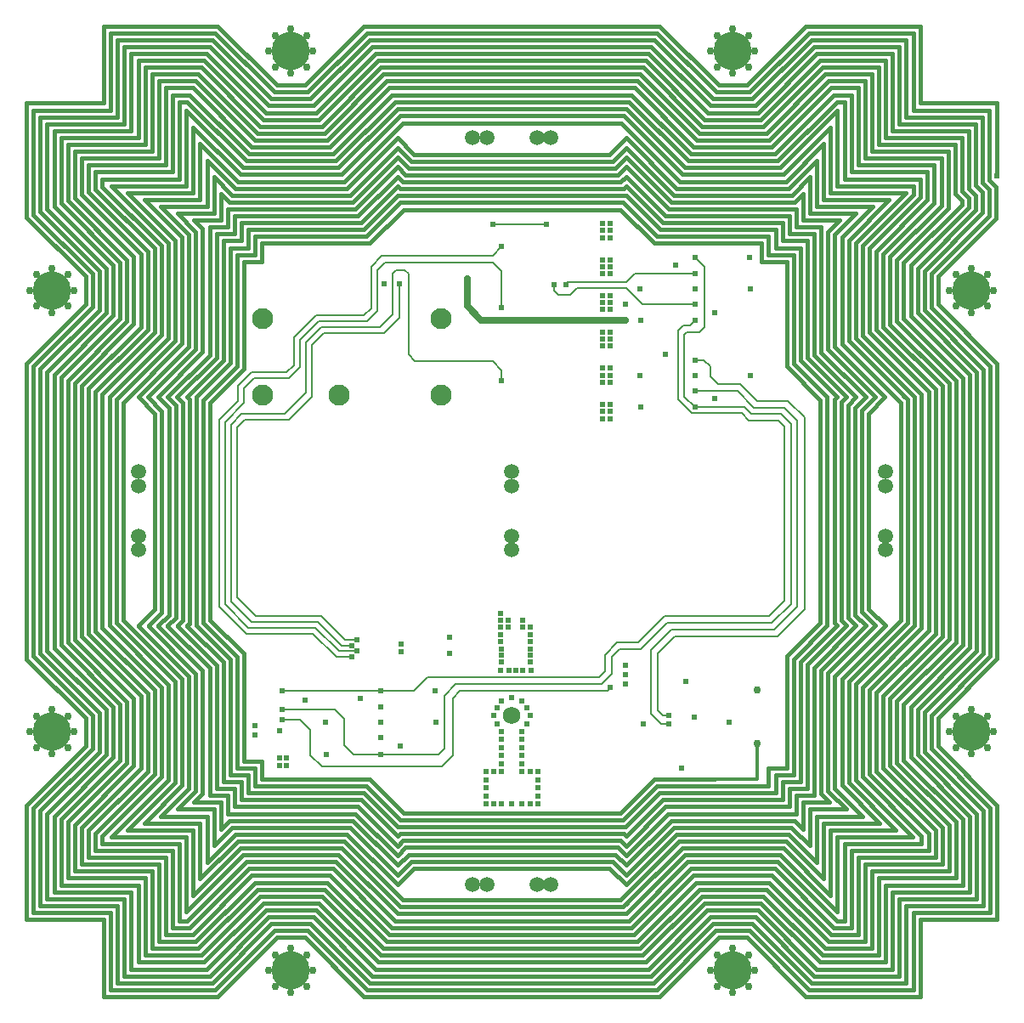
<source format=gbr>
%TF.GenerationSoftware,KiCad,Pcbnew,9.0.1*%
%TF.CreationDate,2025-06-24T16:02:31-04:00*%
%TF.ProjectId,-Z,2d5a2e6b-6963-4616-945f-706362585858,rev?*%
%TF.SameCoordinates,Original*%
%TF.FileFunction,Copper,L4,Inr*%
%TF.FilePolarity,Positive*%
%FSLAX46Y46*%
G04 Gerber Fmt 4.6, Leading zero omitted, Abs format (unit mm)*
G04 Created by KiCad (PCBNEW 9.0.1) date 2025-06-24 16:02:31*
%MOMM*%
%LPD*%
G01*
G04 APERTURE LIST*
%TA.AperFunction,ComponentPad*%
%ADD10C,0.762000*%
%TD*%
%TA.AperFunction,ComponentPad*%
%ADD11C,3.800000*%
%TD*%
%TA.AperFunction,ComponentPad*%
%ADD12C,1.500000*%
%TD*%
%TA.AperFunction,ComponentPad*%
%ADD13C,1.727200*%
%TD*%
%TA.AperFunction,ComponentPad*%
%ADD14C,2.100000*%
%TD*%
%TA.AperFunction,ViaPad*%
%ADD15C,0.609600*%
%TD*%
%TA.AperFunction,ViaPad*%
%ADD16C,0.762000*%
%TD*%
%TA.AperFunction,Conductor*%
%ADD17C,0.203200*%
%TD*%
%TA.AperFunction,Conductor*%
%ADD18C,0.635000*%
%TD*%
%TA.AperFunction,Conductor*%
%ADD19C,0.411480*%
%TD*%
%TA.AperFunction,Conductor*%
%ADD20C,0.368300*%
%TD*%
G04 APERTURE END LIST*
D10*
%TO.N,GND*%
%TO.C,H2*%
X144200001Y-145800000D03*
X143555751Y-147355750D03*
X143555751Y-144244250D03*
X142000001Y-148000000D03*
D11*
X142000001Y-145800000D03*
D10*
X142000001Y-143600000D03*
X140444251Y-147355750D03*
X140444251Y-144244250D03*
X139800001Y-145800000D03*
%TD*%
D12*
%TO.N,/Burn Wires/VBURN3*%
%TO.C,JP5*%
X164000001Y-96100000D03*
X164000001Y-97499999D03*
%TO.N,Net-(JP5-B)*%
X164000001Y-102499999D03*
X164000001Y-103899998D03*
%TD*%
D10*
%TO.N,GND*%
%TO.C,H8*%
X212000000Y-121999999D03*
X211355750Y-123555749D03*
X211355750Y-120444249D03*
X209800000Y-124199999D03*
D11*
X209800000Y-121999999D03*
D10*
X209800000Y-119799999D03*
X208244250Y-123555749D03*
X208244250Y-120444249D03*
X207600000Y-121999999D03*
%TD*%
%TO.N,GND*%
%TO.C,H5*%
X144200001Y-54200000D03*
X143555751Y-55755750D03*
X143555751Y-52644250D03*
X142000001Y-56400000D03*
D11*
X142000001Y-54200000D03*
D10*
X142000001Y-52000000D03*
X140444251Y-55755750D03*
X140444251Y-52644250D03*
X139800001Y-54200000D03*
%TD*%
%TO.N,GND*%
%TO.C,H7*%
X212000000Y-78000000D03*
X211355750Y-79555750D03*
X211355750Y-76444250D03*
X209800000Y-80200000D03*
D11*
X209800000Y-78000000D03*
D10*
X209800000Y-75800000D03*
X208244250Y-79555750D03*
X208244250Y-76444250D03*
X207600000Y-78000000D03*
%TD*%
D13*
%TO.N,/Interfaces/GPS*%
%TO.C,AE3*%
X164000000Y-120400000D03*
%TD*%
D12*
%TO.N,/Burn Wires/VBURN1*%
%TO.C,JP1*%
X167900000Y-62789000D03*
X166500001Y-62789000D03*
%TO.N,Net-(JP1-B)*%
X161500001Y-62789000D03*
X160100002Y-62789000D03*
%TD*%
D10*
%TO.N,GND*%
%TO.C,H4*%
X120400001Y-78000000D03*
X119755751Y-79555750D03*
X119755751Y-76444250D03*
X118200001Y-80200000D03*
D11*
X118200001Y-78000000D03*
D10*
X118200001Y-75800000D03*
X116644251Y-79555750D03*
X116644251Y-76444250D03*
X116000001Y-78000000D03*
%TD*%
%TO.N,GND*%
%TO.C,H3*%
X120400001Y-121999999D03*
X119755751Y-123555749D03*
X119755751Y-120444249D03*
X118200001Y-124199999D03*
D11*
X118200001Y-121999999D03*
D10*
X118200001Y-119799999D03*
X116644251Y-123555749D03*
X116644251Y-120444249D03*
X116000001Y-121999999D03*
%TD*%
D12*
%TO.N,Net-(JP3-B)*%
%TO.C,JP4*%
X126789000Y-103899999D03*
X126789000Y-102500000D03*
%TO.N,Net-(JP4-B)*%
X126789000Y-97500000D03*
X126789000Y-96100001D03*
%TD*%
D10*
%TO.N,GND*%
%TO.C,H1*%
X188200000Y-145800000D03*
X187555750Y-147355750D03*
X187555750Y-144244250D03*
X186000000Y-148000000D03*
D11*
X186000000Y-145800000D03*
D10*
X186000000Y-143600000D03*
X184444250Y-147355750D03*
X184444250Y-144244250D03*
X183800000Y-145800000D03*
%TD*%
%TO.N,GND*%
%TO.C,H6*%
X188200000Y-54200000D03*
X187555750Y-55755750D03*
X187555750Y-52644250D03*
X186000000Y-56400000D03*
D11*
X186000000Y-54200000D03*
D10*
X186000000Y-52000000D03*
X184444250Y-55755750D03*
X184444250Y-52644250D03*
X183800000Y-54200000D03*
%TD*%
D14*
%TO.N,/Burn Wires/VBURN_A_IN*%
%TO.C,U2*%
X146793600Y-88417600D03*
%TO.N,GND*%
X139173600Y-80797600D03*
%TO.N,VBATT*%
X139173600Y-88417600D03*
X156953600Y-88417600D03*
%TO.N,Net-(D1-A)*%
X156953600Y-80797600D03*
%TD*%
D12*
%TO.N,/Burn Wires/VBURN2*%
%TO.C,JP3*%
X201211001Y-97500000D03*
X201211001Y-96100001D03*
%TO.N,Net-(JP3-B)*%
X201211001Y-103899999D03*
X201211001Y-102500000D03*
%TD*%
%TO.N,Net-(JP1-B)*%
%TO.C,JP2*%
X161500001Y-137211000D03*
X160100002Y-137211000D03*
%TO.N,Net-(JP2-B)*%
X167900000Y-137211000D03*
X166500001Y-137211000D03*
%TD*%
D15*
%TO.N,GND*%
X161400000Y-128372600D03*
X165100000Y-110900000D03*
X162900000Y-113000000D03*
X163600000Y-111600000D03*
X162200000Y-125972600D03*
X162200000Y-129172600D03*
X165100000Y-115900000D03*
X165000001Y-125972600D03*
X185670201Y-121018798D03*
X165800000Y-125972600D03*
X165500000Y-121200000D03*
X162500000Y-119600000D03*
X163000001Y-121968599D03*
X166600000Y-126772600D03*
X166600000Y-128372600D03*
X164400000Y-115900000D03*
X163000001Y-125171799D03*
X152888399Y-123395400D03*
X163000001Y-125972600D03*
X165000001Y-122769399D03*
X162900000Y-110900000D03*
X164000000Y-118600000D03*
X162925001Y-113756200D03*
X184243801Y-80213400D03*
X165100000Y-111600000D03*
X163000000Y-118900000D03*
X165000001Y-124370999D03*
X165000000Y-118900000D03*
X162900000Y-111600000D03*
X164000000Y-129172600D03*
X161400000Y-125972600D03*
X163600000Y-110900000D03*
X165875001Y-114391200D03*
X165875001Y-115026200D03*
X163000001Y-122769399D03*
X148920200Y-118719600D03*
X165800000Y-112300000D03*
X165800000Y-111600000D03*
X162925001Y-114391200D03*
X165000001Y-121968599D03*
X162200000Y-120400000D03*
X163000001Y-123570199D03*
X166600000Y-127572600D03*
X162925001Y-115026200D03*
X165000001Y-125171799D03*
X161400000Y-127572600D03*
X162900000Y-115900000D03*
X163000000Y-129172600D03*
X162500000Y-121200000D03*
X162900000Y-110200000D03*
X166600000Y-125972600D03*
X165500000Y-119600000D03*
X165000000Y-129172600D03*
X179265400Y-84379000D03*
X165800000Y-120400000D03*
X165000001Y-123570199D03*
X182165000Y-120497799D03*
X163000001Y-124370999D03*
X161400000Y-129172600D03*
X161400000Y-126772600D03*
X165875001Y-113756200D03*
X165900000Y-115900000D03*
X162900000Y-112300000D03*
X163703000Y-115900000D03*
X165800000Y-113000000D03*
X184228800Y-88820999D03*
X165800000Y-129172600D03*
X180281401Y-75514399D03*
X166600000Y-129172600D03*
%TO.N,BURN_RELAY_A*%
X148556800Y-112852399D03*
X152798600Y-77380800D03*
%TO.N,SDA*%
X182237201Y-89661200D03*
X182252200Y-74699600D03*
X141114601Y-119796799D03*
X150917600Y-124230600D03*
%TO.N,SCL*%
X150917599Y-117907000D03*
X182252201Y-81023200D03*
X141114601Y-117896800D03*
%TO.N,/Burn Wires/VBURN1*%
X173042401Y-74955600D03*
X173779001Y-74955600D03*
X173779000Y-76378000D03*
X173779001Y-75666799D03*
X173042400Y-76378000D03*
X173042401Y-75666799D03*
%TO.N,/Burn Wires/VBURN2*%
X173042400Y-83566200D03*
X173779001Y-82143800D03*
X173779000Y-83566200D03*
X173042401Y-82143800D03*
X173779001Y-82854999D03*
X173042401Y-82854999D03*
%TO.N,/Burn Wires/VBURN3*%
X173042400Y-90805200D03*
X173042401Y-89382800D03*
X173779000Y-89382799D03*
X173779001Y-90093999D03*
X173779000Y-90805200D03*
X173042401Y-90093999D03*
%TO.N,SCL_M*%
X182237200Y-84987599D03*
X179625001Y-120370803D03*
%TO.N,SDA_M*%
X182237200Y-88011199D03*
X179625001Y-121209000D03*
%TO.N,SCL_IO*%
X150926600Y-119565999D03*
X152925600Y-113258796D03*
%TO.N,BURN_EN1*%
X162984001Y-73660200D03*
X148048800Y-114554200D03*
%TO.N,BURN_EN2*%
X162984001Y-79743000D03*
X148559567Y-113977544D03*
%TO.N,SDA_IO*%
X152925600Y-114020800D03*
X150917599Y-122580599D03*
%TO.N,BURN_EN3*%
X148044222Y-113416236D03*
X162984001Y-86982000D03*
%TO.N,/Light Sensor/LS_3V3*%
X182262601Y-77861400D03*
X187687802Y-74699600D03*
X187750800Y-77861400D03*
X176753600Y-77861399D03*
X159529601Y-76885999D03*
X176816600Y-81023200D03*
X175353801Y-80985701D03*
%TO.N,COIL_DRIVER_EN*%
X141114601Y-120751799D03*
X173812200Y-117589800D03*
%TO.N,/GPIO Expander/GE_3V3*%
X145418999Y-121068800D03*
X157802401Y-114173301D03*
X156416200Y-121068800D03*
X156353200Y-117907000D03*
X150907199Y-121068799D03*
X145482000Y-124230600D03*
%TO.N,/Burn Wires/VBURN_A_IN*%
X151300001Y-77355399D03*
X173779001Y-71348799D03*
X173779000Y-78511599D03*
X173779000Y-87173000D03*
X173779000Y-72771199D03*
X173779001Y-79222800D03*
X173779000Y-79934000D03*
X173042401Y-71348799D03*
X173779001Y-86461800D03*
X173042401Y-86461800D03*
X173042400Y-72060000D03*
X173042401Y-87172999D03*
X173042401Y-79933999D03*
X173779000Y-72060000D03*
X173042400Y-78511599D03*
X173042401Y-72771200D03*
X173779000Y-85750600D03*
X173042400Y-85750600D03*
X173042401Y-79222800D03*
%TO.N,3V3_P*%
X175353801Y-79410698D03*
X138398801Y-122359991D03*
X180945800Y-125590000D03*
X138398801Y-121359989D03*
X177085200Y-121234401D03*
X181340000Y-116992600D03*
X176738601Y-86499399D03*
X140873001Y-121869400D03*
X157802401Y-112598298D03*
X187735801Y-86499399D03*
X143389601Y-118846800D03*
X176801600Y-89661200D03*
X182247600Y-86499399D03*
%TO.N,VBATT_M*%
X175308401Y-116306800D03*
X175308400Y-115375902D03*
X140835201Y-124612600D03*
X175308401Y-117246600D03*
X141546400Y-125323799D03*
X141546400Y-124612600D03*
X140835201Y-125323799D03*
%TO.N,/Light Sensor/I2C Protection/DEVICE*%
X182252201Y-76349600D03*
X169384801Y-77419400D03*
%TO.N,/Light Sensor/I2C Protection1/DEVICE*%
X182252201Y-79373200D03*
X168191001Y-77419400D03*
%TO.N,/Light Sensor/ADDR*%
X162118879Y-71401124D03*
X167454400Y-71399599D03*
D16*
%TO.N,/Coil Driver/coil*%
X188438800Y-123164801D03*
X188438801Y-117830802D03*
D15*
X212285401Y-66599000D03*
%TD*%
D17*
%TO.N,BURN_RELAY_A*%
X145280201Y-82270799D02*
X144061000Y-83490000D01*
X144061000Y-83490000D02*
X144061000Y-88595400D01*
X136593401Y-108585199D02*
X138473001Y-110464800D01*
X137363872Y-90906800D02*
X136593401Y-91677271D01*
X144975401Y-110464800D02*
X147363001Y-112852399D01*
X147363001Y-112852399D02*
X148556800Y-112852399D01*
X144061000Y-88595400D02*
X141749600Y-90906800D01*
X136593401Y-91677271D02*
X136593401Y-108585199D01*
X141749600Y-90906800D02*
X137363872Y-90906800D01*
X152798600Y-80746799D02*
X151274600Y-82270800D01*
X151274600Y-82270800D02*
X145280201Y-82270799D01*
X138473001Y-110464800D02*
X144975401Y-110464800D01*
X152798600Y-77380800D02*
X152798600Y-80746799D01*
%TO.N,SDA*%
X150881200Y-124231600D02*
X150908600Y-124259000D01*
X176852401Y-113792199D02*
X179494001Y-111150600D01*
X189908001Y-111150600D02*
X191787601Y-109271000D01*
X158412200Y-117221000D02*
X172923200Y-117221000D01*
X187850601Y-90348000D02*
X187163800Y-89661200D01*
X150917600Y-124230600D02*
X156711200Y-124230600D01*
X147261401Y-123291800D02*
X148201200Y-124231599D01*
X190822401Y-90348000D02*
X187850601Y-90348000D01*
X147261401Y-120700999D02*
X147261401Y-123291800D01*
X146357200Y-119796798D02*
X147261401Y-120700999D01*
X181195801Y-88619800D02*
X182237201Y-89661200D01*
X172923200Y-117221000D02*
X173939200Y-116205000D01*
X183202400Y-75649800D02*
X183202401Y-81661199D01*
X191787601Y-109271000D02*
X191787601Y-91313200D01*
X181399001Y-82194599D02*
X181195800Y-82397800D01*
X179494001Y-111150600D02*
X189908001Y-111150600D01*
X141114601Y-119796799D02*
X146357200Y-119796798D01*
X181195800Y-82397800D02*
X181195801Y-88619800D01*
X148201200Y-124231599D02*
X150881200Y-124231600D01*
X191787601Y-91313200D02*
X190822401Y-90348000D01*
X187163800Y-89661200D02*
X182237201Y-89661200D01*
X182669001Y-82194600D02*
X181399001Y-82194599D01*
X183202401Y-81661199D02*
X182669001Y-82194600D01*
X182252200Y-74699600D02*
X183202400Y-75649800D01*
X156711200Y-124230600D02*
X157243600Y-123698200D01*
X157243600Y-123698200D02*
X157243600Y-118389600D01*
X157243600Y-118389600D02*
X158412200Y-117221000D01*
X173939200Y-114562899D02*
X174709900Y-113792199D01*
X173939200Y-116205000D02*
X173939200Y-114562899D01*
X174709900Y-113792199D02*
X176852401Y-113792199D01*
%TO.N,SCL*%
X173253400Y-114317800D02*
X174464800Y-113106400D01*
X150917599Y-117907000D02*
X154246401Y-117907000D01*
X181094201Y-81534200D02*
X181741201Y-81534200D01*
X191152600Y-108966200D02*
X191152600Y-91592599D01*
X182252201Y-81023200D02*
X182273000Y-81043999D01*
X181932400Y-90246399D02*
X180586201Y-88900199D01*
X154246401Y-117907000D02*
X155618201Y-116535200D01*
X179189201Y-110464800D02*
X189654001Y-110464800D01*
X187596601Y-90957599D02*
X186885400Y-90246399D01*
X181741201Y-81534200D02*
X182252201Y-81023200D01*
X180586201Y-88900199D02*
X180586201Y-82042200D01*
X172669200Y-116535200D02*
X173253400Y-115951000D01*
X173253400Y-115951000D02*
X173253400Y-114317800D01*
X174464800Y-113106400D02*
X176547600Y-113106400D01*
X155618201Y-116535200D02*
X172669200Y-116535200D01*
X176547600Y-113106400D02*
X179189201Y-110464800D01*
X191152600Y-91592599D02*
X190517601Y-90957599D01*
X180586201Y-82042200D02*
X181094201Y-81534200D01*
X190517601Y-90957599D02*
X187596601Y-90957599D01*
X189654001Y-110464800D02*
X191152600Y-108966200D01*
X141114601Y-117896800D02*
X150870001Y-117896800D01*
X186885400Y-90246399D02*
X181932400Y-90246399D01*
%TO.N,SCL_M*%
X193159200Y-90678199D02*
X193159200Y-109779000D01*
X178554201Y-119900899D02*
X179024103Y-120370802D01*
X183761201Y-86563400D02*
X184548601Y-87350800D01*
X190466801Y-112471400D02*
X180256001Y-112471400D01*
X193159200Y-109779000D02*
X190466801Y-112471400D01*
X179024103Y-120370802D02*
X179625001Y-120370803D01*
X184548601Y-87350800D02*
X186758401Y-87350799D01*
X182237200Y-84987599D02*
X183150601Y-84987599D01*
X180256001Y-112471400D02*
X178554201Y-114173200D01*
X183761201Y-85598199D02*
X183761201Y-86563400D01*
X186758401Y-87350799D02*
X188434801Y-89027199D01*
X178554201Y-114173200D02*
X178554201Y-119900899D01*
X191508201Y-89027199D02*
X193159200Y-90678199D01*
X188434801Y-89027199D02*
X191508201Y-89027199D01*
X183150601Y-84987599D02*
X183761201Y-85598199D01*
%TO.N,SDA_M*%
X192448000Y-109525000D02*
X190162000Y-111810999D01*
X190162000Y-111810999D02*
X179875001Y-111810999D01*
X188130000Y-89687600D02*
X191152600Y-89687600D01*
X186453600Y-88011199D02*
X188130000Y-89687600D01*
X177843001Y-113842999D02*
X177843001Y-120192999D01*
X179875001Y-111810999D02*
X177843001Y-113842999D01*
X182237200Y-88011199D02*
X186453600Y-88011199D01*
X192448000Y-90982999D02*
X192448000Y-109525000D01*
X177843001Y-120192999D02*
X178859002Y-121209000D01*
X191152600Y-89687600D02*
X192448000Y-90982999D01*
X178859002Y-121209000D02*
X179625001Y-121209000D01*
%TO.N,BURN_EN1*%
X149268000Y-80518200D02*
X144467401Y-80518200D01*
X144467401Y-80518200D02*
X142308400Y-82677200D01*
X141571800Y-86182399D02*
X138092001Y-86182399D01*
X136745801Y-89001799D02*
X134840801Y-90906800D01*
X162069600Y-74574600D02*
X151046000Y-74574599D01*
X151046000Y-74574599D02*
X149979200Y-75641399D01*
X134840801Y-90906800D02*
X134840800Y-109525000D01*
X134840800Y-109525000D02*
X137533200Y-112217400D01*
X144162601Y-112217400D02*
X146499400Y-114554200D01*
X146499400Y-114554200D02*
X148048800Y-114554200D01*
X149979200Y-75641399D02*
X149979200Y-79806999D01*
X136745800Y-87528600D02*
X136745801Y-89001799D01*
X142308400Y-82677200D02*
X142308400Y-85445799D01*
X142308400Y-85445799D02*
X141571800Y-86182399D01*
X149979200Y-79806999D02*
X149268000Y-80518200D01*
X137533200Y-112217400D02*
X144162601Y-112217400D01*
X138092001Y-86182399D02*
X136745800Y-87528600D01*
X162984001Y-73660200D02*
X162069600Y-74574600D01*
%TO.N,BURN_EN2*%
X142892601Y-82956599D02*
X144746800Y-81102400D01*
X151350801Y-75235000D02*
X162095001Y-75235000D01*
X141800401Y-86766600D02*
X142892601Y-85674400D01*
X138307900Y-86766600D02*
X141800401Y-86766600D01*
X144416600Y-111633200D02*
X137761801Y-111633200D01*
X149547400Y-81102400D02*
X150563401Y-80086400D01*
X150563401Y-76022400D02*
X151350801Y-75235000D01*
X135425001Y-109296400D02*
X135425000Y-91135399D01*
X137330000Y-87744499D02*
X138307900Y-86766600D01*
X142892601Y-85674400D02*
X142892601Y-82956599D01*
X148559567Y-113977544D02*
X146760946Y-113977545D01*
X162095001Y-75235000D02*
X162984001Y-76123999D01*
X144746800Y-81102400D02*
X149547400Y-81102400D01*
X135425000Y-91135399D02*
X137330000Y-89230399D01*
X162984001Y-76123999D02*
X162984001Y-79743000D01*
X137761801Y-111633200D02*
X135425001Y-109296400D01*
X146760946Y-113977545D02*
X144416600Y-111633200D01*
X150563401Y-80086400D02*
X150563401Y-76022400D01*
X137330000Y-89230399D02*
X137330000Y-87744499D01*
%TO.N,BURN_EN3*%
X136009201Y-108991599D02*
X136009201Y-91389399D01*
X144696000Y-111049000D02*
X138066601Y-111048999D01*
X138066601Y-111048999D02*
X136009201Y-108991599D01*
X153687600Y-84404400D02*
X154348001Y-85064800D01*
X152087400Y-76352600D02*
X152468401Y-75971599D01*
X143476800Y-88214400D02*
X143476800Y-83210600D01*
X152087400Y-80416600D02*
X152087400Y-76352600D01*
X143476800Y-83210600D02*
X145000801Y-81686599D01*
X150817400Y-81686599D02*
X152087400Y-80416600D01*
X148044222Y-113416236D02*
X147063236Y-113416236D01*
X162095000Y-85064800D02*
X162984001Y-85953800D01*
X153332001Y-75971600D02*
X153687600Y-76327200D01*
X152468401Y-75971599D02*
X153332001Y-75971600D01*
X162984001Y-85953800D02*
X162984001Y-86982000D01*
X145000801Y-81686599D02*
X150817400Y-81686599D01*
X154348001Y-85064800D02*
X162095000Y-85064800D01*
X141368600Y-90322600D02*
X143476800Y-88214400D01*
X147063236Y-113416236D02*
X144696000Y-111049000D01*
X136009201Y-91389399D02*
X137076001Y-90322599D01*
X153687600Y-76327200D02*
X153687600Y-84404400D01*
X137076001Y-90322599D02*
X141368600Y-90322600D01*
D18*
%TO.N,/Light Sensor/LS_3V3*%
X159529601Y-79552999D02*
X160962302Y-80985700D01*
X159529601Y-76885999D02*
X159529601Y-79552999D01*
X160962302Y-80985700D02*
X175353801Y-80985701D01*
D17*
%TO.N,COIL_DRIVER_EN*%
X173812200Y-117589800D02*
X173812200Y-117615200D01*
X145051601Y-125425399D02*
X143934001Y-124307799D01*
X173807998Y-117619402D02*
X173800000Y-117619402D01*
X158107201Y-118643600D02*
X158107201Y-124307799D01*
X142918001Y-120751800D02*
X141114601Y-120751799D01*
X158844001Y-117906800D02*
X158107201Y-118643600D01*
X173800000Y-117619402D02*
X173512602Y-117906800D01*
X143934001Y-121767800D02*
X142918001Y-120751800D01*
X143934001Y-124307799D02*
X143934001Y-121767800D01*
X156989600Y-125425400D02*
X145051601Y-125425399D01*
X173812200Y-117615200D02*
X173807998Y-117619402D01*
X173512602Y-117906800D02*
X158844001Y-117906800D01*
X158107201Y-124307799D02*
X156989600Y-125425400D01*
%TO.N,/Light Sensor/I2C Protection/DEVICE*%
X176271201Y-76349599D02*
X182252201Y-76349600D01*
X175404601Y-77216200D02*
X176271201Y-76349599D01*
X169588001Y-77216200D02*
X175404601Y-77216200D01*
X169384801Y-77419400D02*
X169588001Y-77216200D01*
%TO.N,/Light Sensor/I2C Protection1/DEVICE*%
X175404601Y-77800400D02*
X176977400Y-79373200D01*
X176977400Y-79373200D02*
X182252201Y-79373200D01*
X169805487Y-78460800D02*
X170465887Y-77800399D01*
X168191001Y-78029000D02*
X168622800Y-78460800D01*
X170465887Y-77800399D02*
X175404601Y-77800400D01*
X168191001Y-77419400D02*
X168191001Y-78029000D01*
X168622800Y-78460800D02*
X169805487Y-78460800D01*
%TO.N,/Light Sensor/ADDR*%
X162121684Y-71399599D02*
X167454400Y-71399599D01*
X162120159Y-71401124D02*
X162121684Y-71399599D01*
X162118879Y-71401124D02*
X162120159Y-71401124D01*
D19*
%TO.N,/Coil Driver/coil*%
X199944462Y-69646998D02*
X196871062Y-72720398D01*
X201925661Y-137947600D02*
X209621861Y-137947599D01*
X152878260Y-60604600D02*
X147010861Y-66472000D01*
X174290461Y-65836998D02*
X175382661Y-64744800D01*
X179014861Y-128778200D02*
X175382661Y-132410399D01*
X131643861Y-111455400D02*
X131643862Y-111430000D01*
X130196062Y-58521800D02*
X130196062Y-66218000D01*
X134564861Y-127660600D02*
X134564862Y-115341600D01*
X210307662Y-86156999D02*
X204414862Y-80264200D01*
X201595461Y-68961198D02*
X197556862Y-72999800D01*
X176195461Y-142214800D02*
X182088262Y-136322000D01*
X136139661Y-68529399D02*
X147849062Y-68529399D01*
X134564862Y-72390199D02*
X136368262Y-72390200D01*
X175408061Y-67640400D02*
X179040261Y-71272600D01*
X153970461Y-134899599D02*
X152598861Y-136271200D01*
X132329664Y-71018598D02*
X134996662Y-71018599D01*
X194813663Y-71704399D02*
X194813661Y-84175800D01*
X194381862Y-69646999D02*
X199944462Y-69646998D01*
X135682462Y-128346399D02*
X133879061Y-128346399D01*
X199868261Y-135890200D02*
X207564461Y-135890199D01*
X153157661Y-138760400D02*
X147290261Y-132893000D01*
X117013461Y-139319200D02*
X124709662Y-139319199D01*
X203729062Y-75514398D02*
X209520261Y-69723200D01*
X200985863Y-81661199D02*
X200985862Y-74396799D01*
X192324461Y-130149798D02*
X179573662Y-130149798D01*
X208250261Y-130988000D02*
X202357462Y-125095199D01*
X128722861Y-88646200D02*
X128722862Y-88620800D01*
X210993461Y-114173199D02*
X210993462Y-85877600D01*
X135682462Y-69901000D02*
X148407861Y-69901000D01*
X194813662Y-115874999D02*
X194813663Y-128168598D01*
X196185262Y-83616999D02*
X201163661Y-88595400D01*
X145893261Y-63728800D02*
X138095462Y-63728800D01*
X150668461Y-144957999D02*
X154195601Y-144957999D01*
X116327661Y-60045799D02*
X116327661Y-70459799D01*
X153411661Y-66522800D02*
X174569862Y-66522800D01*
X137054061Y-126974800D02*
X135250662Y-126974800D01*
X203932261Y-132461200D02*
X198242661Y-126771600D01*
X183764662Y-140436800D02*
X188235062Y-140436800D01*
X152624262Y-68580200D02*
X175382662Y-68580200D01*
X175941461Y-58521800D02*
X152065462Y-58521800D01*
X134996661Y-129032200D02*
X132329662Y-129032200D01*
X145055062Y-61671400D02*
X138933661Y-61671400D01*
X129764261Y-126771600D02*
X124074662Y-132461199D01*
X205786461Y-76352600D02*
X211577662Y-70561399D01*
X194127862Y-84455200D02*
X198293462Y-88620800D01*
X182393062Y-63042999D02*
X176500262Y-57150200D01*
X174823861Y-138760399D02*
X153157661Y-138760400D01*
X137739863Y-128092399D02*
X137739862Y-126288999D01*
X137536662Y-65100399D02*
X131643862Y-59207599D01*
X132482062Y-142900599D02*
X138374861Y-137007799D01*
X130678661Y-111430000D02*
X131186661Y-110921999D01*
X120442462Y-68783400D02*
X126335263Y-74676198D01*
X119756662Y-130987999D02*
X119756662Y-136575999D01*
X175382662Y-133375599D02*
X174849262Y-132842200D01*
X205100662Y-120065999D02*
X210993461Y-114173199D01*
X195753462Y-68275399D02*
X195753463Y-61747599D01*
X136622262Y-74447599D02*
X138425662Y-74447600D01*
X189581262Y-74447599D02*
X192070461Y-74447599D01*
X149804862Y-73330000D02*
X153183062Y-69951800D01*
X148128463Y-130835599D02*
X135860261Y-130835600D01*
X134996661Y-131699199D02*
X134996661Y-129032200D01*
X175382661Y-64744800D02*
X175408062Y-64744800D01*
X201239861Y-137261800D02*
X208936062Y-137261799D01*
X135936462Y-73761800D02*
X137739861Y-73761800D01*
X119070863Y-62788998D02*
X119070862Y-69342199D01*
X116327661Y-140004999D02*
X124023862Y-140004999D01*
X184602861Y-142494200D02*
X187396862Y-142494200D01*
X198242661Y-126771600D02*
X198242662Y-117272000D01*
X133879061Y-53721199D02*
X125395463Y-53721199D01*
X204821262Y-111430000D02*
X204821262Y-111429999D01*
X133879061Y-84429800D02*
X133879062Y-71704400D01*
X134718926Y-51665464D02*
X123340064Y-51665464D01*
X123185662Y-111683999D02*
X129078462Y-117576800D01*
X197556862Y-83058200D02*
X202901832Y-88403168D01*
X198928463Y-82499398D02*
X198928461Y-73558600D01*
X202357461Y-74955600D02*
X207462861Y-69850200D01*
X124709661Y-147015399D02*
X134158462Y-147015398D01*
X206472261Y-120624800D02*
X212359997Y-114737062D01*
X123592061Y-124256999D02*
X117699261Y-130149798D01*
X198928461Y-117551400D02*
X204821262Y-111658599D01*
X122220462Y-79679999D02*
X116327662Y-85572799D01*
X126792461Y-88646200D02*
X126792462Y-88620800D01*
X147290261Y-132893000D02*
X136698462Y-132892998D01*
X195067662Y-68961199D02*
X201595461Y-68961198D01*
X122906262Y-76073199D02*
X122906262Y-79959400D01*
X197556861Y-127050998D02*
X202281261Y-131775399D01*
X131872462Y-111201400D02*
X131872462Y-88874799D01*
X138425662Y-127406600D02*
X138425662Y-125603199D01*
X182672461Y-62357198D02*
X176779662Y-56464399D01*
X126767061Y-137261800D02*
X126767061Y-144957999D01*
X138425662Y-74447600D02*
X138425661Y-72644199D01*
X140610062Y-57556598D02*
X134718926Y-51665464D01*
X132507461Y-116179800D02*
X127783061Y-111455400D01*
X206091262Y-69291399D02*
X206091261Y-65532199D01*
X202709600Y-110874661D02*
X196871063Y-116713199D01*
X145334461Y-62357198D02*
X138654262Y-62357198D01*
X179294262Y-129463999D02*
X175382662Y-133375599D01*
X206777062Y-69570800D02*
X206777062Y-64846399D01*
X150109661Y-146329600D02*
X177871862Y-146329600D01*
X197810861Y-141529000D02*
X197810861Y-133832800D01*
X180157861Y-68529400D02*
X191892662Y-68529399D01*
X173731662Y-64465399D02*
X175382662Y-62814399D01*
X199258661Y-88620800D02*
X198166462Y-89712999D01*
X132761463Y-56464399D02*
X128138662Y-56464400D01*
X208250261Y-86995200D02*
X202357461Y-81102400D01*
X196871063Y-127330399D02*
X200630262Y-131089599D01*
X126792462Y-88620800D02*
X131821661Y-83591599D01*
X178481461Y-72644199D02*
X189581261Y-72644200D01*
X205100661Y-79984800D02*
X205100661Y-76073200D01*
X131135862Y-83312199D02*
X131135862Y-72720400D01*
X208936061Y-130708599D02*
X203043262Y-124815800D01*
X175128662Y-67894400D02*
X175382662Y-67640400D01*
X153281201Y-55778599D02*
X150947862Y-55778600D01*
X129713461Y-111455400D02*
X129713462Y-111430000D01*
X126081262Y-145643800D02*
X133599661Y-145643800D01*
X174798462Y-130099000D02*
X153183062Y-130099000D01*
X129078462Y-117576800D02*
X129078462Y-126492200D01*
X196363061Y-140843199D02*
X197125062Y-140843199D01*
X126767062Y-62763598D02*
X126741662Y-62788998D01*
X152598861Y-133375599D02*
X148687261Y-129463999D01*
X139771863Y-59613999D02*
X133879061Y-53721199D01*
X153103401Y-56464398D02*
X151227261Y-56464400D01*
X200985862Y-74396799D02*
X206091262Y-69291399D01*
X210307663Y-138633399D02*
X210307663Y-130149799D01*
X205507061Y-132105600D02*
X199614261Y-126212799D01*
X117699262Y-113919200D02*
X123592062Y-119811999D01*
X195499462Y-116154400D02*
X195499462Y-127889199D01*
X128722862Y-88620800D02*
X133193262Y-84150400D01*
X130196062Y-66218000D02*
X122499861Y-66217999D01*
X133244062Y-88925598D02*
X136622263Y-85547398D01*
X175382662Y-140132000D02*
X181250062Y-134264600D01*
X135860263Y-69215198D02*
X148128463Y-69215199D01*
X125649461Y-118973799D02*
X125649462Y-125095199D01*
X124277863Y-119532599D02*
X124277862Y-124536399D01*
X197328261Y-129717999D02*
X193696061Y-129718000D01*
X140610062Y-142494200D02*
X143378662Y-142494200D01*
X137739862Y-71958400D02*
X149246062Y-71958400D01*
X196871062Y-83337600D02*
X202709600Y-89176138D01*
X152874800Y-57150200D02*
X151506662Y-57150200D01*
X131923261Y-141529000D02*
X137816062Y-135636199D01*
X120442461Y-64160599D02*
X120442462Y-68783400D01*
X199614261Y-126212799D02*
X199614261Y-117830800D01*
X193442062Y-84734600D02*
X197328261Y-88620800D01*
X132202662Y-57835998D02*
X129510263Y-57835999D01*
X178735462Y-128092399D02*
X175357262Y-131470599D01*
X206878662Y-110871200D02*
X206878663Y-110871199D01*
X195499462Y-127889199D02*
X197328261Y-129717999D01*
X151506661Y-142900599D02*
X176474862Y-142900599D01*
X203395401Y-88896737D02*
X203395401Y-111154060D01*
X193696062Y-70332799D02*
X198293461Y-70332799D01*
X194737462Y-88925599D02*
X194737461Y-111125200D01*
X122220463Y-76352598D02*
X122220462Y-79679999D01*
X177338461Y-55092800D02*
X153611401Y-55092799D01*
X131186662Y-89179600D02*
X130653261Y-88646200D01*
X179319662Y-70586799D02*
X191638661Y-70586800D01*
X131872462Y-88874799D02*
X131618461Y-88620800D01*
X178456061Y-52349598D02*
X149550862Y-52349599D01*
X128138662Y-143586400D02*
X132761463Y-143586399D01*
X133929861Y-110845799D02*
X133929862Y-89205000D01*
X125254032Y-88228831D02*
X124862062Y-88620800D01*
X152878263Y-139446200D02*
X152343132Y-138911068D01*
X179040261Y-71272600D02*
X190952861Y-71272599D01*
X144216861Y-140436800D02*
X150109661Y-146329600D01*
X194813663Y-128168598D02*
X195677261Y-129032200D01*
X195804262Y-142214798D02*
X198496662Y-142214800D01*
X154249863Y-135585399D02*
X152598862Y-137236400D01*
X129078462Y-82473998D02*
X123185661Y-88366800D01*
X202901832Y-88403168D02*
X203119461Y-88620800D01*
X204659937Y-148385334D02*
X204659937Y-140685336D01*
X150109662Y-53721199D02*
X144216861Y-59613998D01*
X198242662Y-73279199D02*
X203246462Y-68275399D01*
X189632062Y-63042999D02*
X182393062Y-63042999D01*
X204414861Y-124256999D02*
X204414862Y-119786598D01*
X200985862Y-118389598D02*
X206878662Y-112496799D01*
X116327661Y-114478000D02*
X122220461Y-120370800D01*
X152598862Y-62814398D02*
X154249862Y-64465398D01*
X139492462Y-139750998D02*
X144496262Y-139750998D01*
X128392662Y-82194600D02*
X122499861Y-88087399D01*
X190190861Y-64414598D02*
X181834262Y-64414600D01*
X128748261Y-111430000D02*
X129815061Y-110363200D01*
X120442461Y-135890199D02*
X128138662Y-135890199D01*
X174849262Y-132842200D02*
X153132261Y-132842200D01*
X175382662Y-65710000D02*
X175408061Y-65710000D01*
X126767061Y-144957999D02*
X133320262Y-144958000D01*
X193696063Y-133350198D02*
X191867263Y-131521398D01*
X175609530Y-138939930D02*
X175382661Y-139166800D01*
X145613861Y-137007799D02*
X151506661Y-142900599D01*
X117013463Y-114198599D02*
X122906262Y-120091398D01*
X194127861Y-128346399D02*
X192324462Y-128346400D01*
X189352662Y-137693599D02*
X195245462Y-143586400D01*
X211577663Y-67970598D02*
X210891862Y-67284800D01*
X135250662Y-73076000D02*
X137054061Y-73076000D01*
X138933661Y-61671400D02*
X133040861Y-55778599D01*
X191638661Y-127660600D02*
X191638662Y-129463999D01*
X209520263Y-68808799D02*
X208834462Y-68122998D01*
X184348861Y-58242400D02*
X178456061Y-52349598D01*
X189581261Y-72644200D02*
X189581262Y-74447599D01*
X181250062Y-134264600D02*
X190749661Y-134264600D01*
X133879061Y-128346399D02*
X133879062Y-115620999D01*
X126081262Y-62103200D02*
X118385061Y-62103199D01*
X138654262Y-62357198D02*
X132761463Y-56464399D01*
X190267062Y-73761799D02*
X192756263Y-73761799D01*
X192756262Y-126974800D02*
X190952861Y-126974800D01*
X194127861Y-72390199D02*
X194127862Y-84455200D01*
X210993462Y-139319199D02*
X210993462Y-129870400D01*
X152065462Y-58521800D02*
X146172662Y-64414598D01*
X152598862Y-63779599D02*
X153970462Y-65151200D01*
X132253462Y-131775399D02*
X132253462Y-138303200D01*
X175571430Y-138012830D02*
X174823861Y-138760399D01*
X123340065Y-148385335D02*
X134718925Y-148385335D01*
X146172663Y-135636199D02*
X152065462Y-141529000D01*
X130196062Y-141529000D02*
X131923261Y-141529000D01*
X173731662Y-135585400D02*
X154249863Y-135585399D01*
X175379201Y-142214799D02*
X176195461Y-142214800D01*
X179878462Y-69215198D02*
X192172061Y-69215199D01*
X147010861Y-66472000D02*
X136977862Y-66472000D01*
X123340065Y-59365463D02*
X115640065Y-59365462D01*
X135682461Y-71704400D02*
X135682462Y-69901000D01*
X150389063Y-145643799D02*
X177592461Y-145643800D01*
X195753462Y-138303200D02*
X191029061Y-133578799D01*
X175382661Y-66675200D02*
X175408062Y-66675200D01*
X195524862Y-142900600D02*
X199182462Y-142900599D01*
X178456061Y-127406599D02*
X175077861Y-130784800D01*
X121814062Y-134518598D02*
X129510263Y-134518598D01*
X132253462Y-61747598D02*
X132253462Y-68275400D01*
X129688061Y-88620800D02*
X133879061Y-84429800D01*
X175103263Y-69265999D02*
X178481461Y-72644199D01*
X204821262Y-132384999D02*
X198928463Y-126492198D01*
X197125061Y-59207599D02*
X196363062Y-59207600D01*
X212359998Y-129319234D02*
X206472262Y-123431498D01*
X196109061Y-88874799D02*
X196109062Y-111176000D01*
X212359997Y-140685336D02*
X212359998Y-129319234D01*
X202611462Y-61417399D02*
X202611461Y-53721199D01*
X193442062Y-115316199D02*
X193442062Y-127660599D01*
X133320262Y-144958000D02*
X139213062Y-139065200D01*
X127376661Y-131089600D02*
X131135862Y-127330398D01*
X199538061Y-90271799D02*
X199538062Y-109779000D01*
X136622261Y-114503400D02*
X133244062Y-111125200D01*
X195423262Y-111404599D02*
X192070462Y-114757399D01*
X127757662Y-88646200D02*
X127757661Y-88620800D01*
X212285401Y-59365463D02*
X204699726Y-59365463D01*
X200300061Y-81940599D02*
X200300062Y-74117400D01*
X137739862Y-126288999D02*
X135936461Y-126288999D01*
X131643863Y-140843199D02*
X137536661Y-134950400D01*
X136698462Y-132892998D02*
X132939262Y-136652199D01*
X205100661Y-76073200D02*
X210891861Y-70281999D01*
X182926462Y-138379399D02*
X189073261Y-138379400D01*
X182088262Y-136322000D02*
X189911462Y-136322000D01*
X134996661Y-68351599D02*
X135860263Y-69215198D01*
X204659937Y-59325675D02*
X204659937Y-51665464D01*
X194381861Y-130403799D02*
X194381862Y-135001199D01*
X175382661Y-135306000D02*
X174290461Y-134213800D01*
X196083661Y-58521800D02*
X190190861Y-64414598D01*
X203043262Y-124815800D02*
X203043261Y-119227800D01*
X127706862Y-125933400D02*
X121814062Y-131826200D01*
X206472262Y-123431498D02*
X206472261Y-120624800D01*
X195245462Y-143586400D02*
X199868261Y-143586400D01*
X129510261Y-65532200D02*
X121814062Y-65532200D01*
X176754262Y-143586400D02*
X182647061Y-137693599D01*
X206192862Y-131826199D02*
X200300062Y-125933400D01*
X211577663Y-60045798D02*
X203983062Y-60045799D01*
X139111461Y-124917400D02*
X137308062Y-124917400D01*
X152624261Y-131470599D02*
X149246063Y-128092399D01*
X146731462Y-134264599D02*
X152598863Y-140132000D01*
X152598861Y-65710000D02*
X153411661Y-66522800D01*
X199868262Y-64160599D02*
X199868261Y-56464400D01*
X190190861Y-135636199D02*
X196083661Y-141529000D01*
X137257261Y-65786200D02*
X131567661Y-60096600D01*
X138425661Y-72644199D02*
X149525461Y-72644199D01*
X196794862Y-89154199D02*
X196794861Y-110896600D01*
X125395463Y-138633398D02*
X125395462Y-146329599D01*
X206192862Y-87833399D02*
X200300061Y-81940599D01*
X153183062Y-69951800D02*
X174823862Y-69951800D01*
X136368262Y-129464000D02*
X136368262Y-127660599D01*
X189073261Y-138379400D02*
X194966061Y-144272200D01*
X193442062Y-73076000D02*
X193442062Y-84734600D01*
X150947862Y-144272199D02*
X153941600Y-144272199D01*
X187955661Y-58928199D02*
X184069462Y-58928198D01*
X210891862Y-60731599D02*
X203297263Y-60731598D01*
X140051262Y-58928199D02*
X134158462Y-53035400D01*
X121814062Y-65532200D02*
X121814062Y-68224598D01*
X129027661Y-130403799D02*
X131821661Y-127609799D01*
X203246462Y-68275399D02*
X195753462Y-68275399D01*
X126054131Y-111656869D02*
X125265001Y-110867739D01*
X193010261Y-129032200D02*
X193010262Y-131699198D01*
X189606662Y-125603199D02*
X189581262Y-125628598D01*
X205405462Y-66217999D02*
X197810862Y-66217999D01*
X130196062Y-133832799D02*
X130196062Y-141529000D01*
X127376663Y-68961198D02*
X132939262Y-68961199D01*
X195499462Y-83896398D02*
X200223862Y-88620800D01*
X128392661Y-73838000D02*
X128392662Y-82194600D01*
X152903662Y-130784800D02*
X149525461Y-127406599D01*
X132253462Y-68275400D02*
X125725661Y-68275399D01*
X128748262Y-111455400D02*
X128748261Y-111430000D01*
X189911462Y-136322000D02*
X195804262Y-142214798D01*
X125649462Y-125095199D02*
X119756662Y-130987999D01*
X118385061Y-62103199D02*
X118385061Y-69621598D01*
X179853061Y-130835598D02*
X175382661Y-135306000D01*
X136139661Y-131521399D02*
X134310864Y-133350198D01*
X127757661Y-88620800D02*
X132507462Y-83870999D01*
X117699262Y-138633399D02*
X125395463Y-138633398D01*
X199614261Y-117830800D02*
X205507061Y-111937999D01*
X175128662Y-60604600D02*
X152878260Y-60604600D01*
X130500863Y-89458999D02*
X129688062Y-88646200D01*
X174011063Y-65151199D02*
X175382662Y-63779598D01*
X195245462Y-56464400D02*
X189352662Y-62357200D01*
X196642464Y-71018598D02*
X195499461Y-72161600D01*
X153611401Y-55092799D02*
X150668461Y-55092798D01*
X126817861Y-111430000D02*
X128443462Y-109804399D01*
X192070461Y-126288999D02*
X190267062Y-126289000D01*
X131923261Y-58521800D02*
X130196062Y-58521800D01*
X204719662Y-66903799D02*
X197125062Y-66903799D01*
X181529461Y-134950400D02*
X190470261Y-134950399D01*
X210891861Y-68249999D02*
X210206061Y-67564199D01*
X153970462Y-65151200D02*
X174011063Y-65151199D01*
X203043263Y-80822998D02*
X203043263Y-75234999D01*
X134564862Y-115341600D02*
X130678662Y-111455400D01*
X119756662Y-136575999D02*
X127452863Y-136575998D01*
X133625062Y-130403799D02*
X129027661Y-130403799D01*
X153941600Y-144272199D02*
X175379201Y-144272200D01*
X194127862Y-115595600D02*
X194127861Y-128346399D01*
X143378662Y-142494200D02*
X149269798Y-148385335D01*
X136419062Y-67843600D02*
X147569662Y-67843600D01*
X210206061Y-67564199D02*
X210206061Y-61417399D01*
X126335261Y-118694400D02*
X126335263Y-125374599D01*
X122499862Y-111963398D02*
X128392663Y-117856199D01*
X183205861Y-139065200D02*
X188793861Y-139065199D01*
X134996662Y-71018599D02*
X134996661Y-68351599D01*
X117699261Y-86131599D02*
X117699262Y-113919200D01*
X210206061Y-61417399D02*
X202611462Y-61417399D01*
X147569662Y-67843600D02*
X152598862Y-62814398D01*
X122220461Y-120370800D02*
X122220461Y-123698200D01*
X126081262Y-54407000D02*
X126081262Y-62103200D01*
X178430662Y-147701200D02*
X184323463Y-141808399D01*
X121128262Y-87528600D02*
X121128263Y-112522199D01*
X121128263Y-64846398D02*
X121128261Y-68504000D01*
X134310864Y-133350198D02*
X134310862Y-129717999D01*
X128443461Y-90297200D02*
X126792461Y-88646200D01*
X182647061Y-137693599D02*
X189352662Y-137693599D01*
X131567661Y-60096600D02*
X131567661Y-67589600D01*
X152598862Y-137236400D02*
X147569662Y-132207200D01*
X148128463Y-69215199D02*
X152598862Y-64744800D01*
X193569062Y-52349599D02*
X187676261Y-58242400D01*
X191892662Y-68529399D02*
X193696062Y-66726000D01*
X175382662Y-134340798D02*
X174569862Y-133527998D01*
X116327661Y-70459799D02*
X122220463Y-76352598D01*
X212263461Y-70840800D02*
X212263461Y-67691199D01*
X197556862Y-72999800D02*
X197556862Y-83058200D01*
X127783061Y-111455400D02*
X127783062Y-111430000D01*
X129078461Y-73558599D02*
X129078462Y-82473998D01*
X133320262Y-55092799D02*
X126767061Y-55092798D01*
X201163661Y-88646200D02*
X199538061Y-90271799D01*
X198242662Y-117272000D02*
X204084662Y-111430000D01*
X135936461Y-126288999D02*
X135936461Y-114782799D01*
X149830262Y-53035400D02*
X143937463Y-58928199D01*
X201239861Y-55092800D02*
X194686661Y-55092800D01*
X208250262Y-113055599D02*
X208250261Y-86995200D01*
X199614262Y-82219999D02*
X199614262Y-73837999D01*
X137257261Y-134264600D02*
X146731462Y-134264599D01*
X128824461Y-135204400D02*
X128824461Y-142900599D01*
X178151262Y-147015399D02*
X184044061Y-141122599D01*
X129129262Y-110083800D02*
X129129262Y-90017798D01*
X203729061Y-80543600D02*
X203729062Y-75514398D01*
X195067661Y-63398598D02*
X195067662Y-68961199D01*
X212359997Y-114737062D02*
X212359998Y-85313735D01*
X200300062Y-74117400D02*
X205405461Y-69011999D01*
X133599661Y-145643800D02*
X139492462Y-139750998D01*
X129510263Y-57835999D02*
X129510261Y-65532200D01*
X180691262Y-132893000D02*
X175571430Y-138012830D01*
X204084662Y-88620800D02*
X198242661Y-82778799D01*
X115640064Y-85307896D02*
X115640064Y-114742902D01*
X198496661Y-134518599D02*
X206192863Y-134518599D01*
X174849262Y-67208598D02*
X175382661Y-66675200D01*
X152598862Y-64744800D02*
X153691062Y-65836998D01*
X149269798Y-148385335D02*
X178711726Y-148385334D01*
X126767061Y-55092798D02*
X126767062Y-62763598D01*
X206091261Y-65532199D02*
X198496662Y-65532199D01*
X209520262Y-62103199D02*
X201925662Y-62103199D01*
X201163661Y-88595400D02*
X201163661Y-88646200D01*
X196871062Y-72720398D02*
X196871062Y-83337600D01*
X206878662Y-88849400D02*
X206878662Y-87553999D01*
X208148661Y-63474799D02*
X200554062Y-63474799D01*
X204821262Y-111658599D02*
X204821262Y-111430000D01*
X131643862Y-111430000D02*
X131872462Y-111201400D01*
X210993462Y-129870400D02*
X205100663Y-123977598D01*
X124074662Y-132461199D02*
X131567663Y-132461198D01*
X152598862Y-135306000D02*
X148128463Y-130835599D01*
X211577663Y-67005399D02*
X211577663Y-60045798D01*
X198852263Y-89992399D02*
X198852262Y-110058398D01*
X144496262Y-60299800D02*
X139492462Y-60299800D01*
X134310862Y-129717999D02*
X130678663Y-129717997D01*
X182113662Y-63728800D02*
X176220863Y-57835999D01*
X175382662Y-136271200D02*
X174011062Y-134899599D01*
X139213061Y-60985599D02*
X133320262Y-55092799D01*
X194127862Y-146329600D02*
X202611462Y-146329600D01*
X137054061Y-73076000D02*
X137054061Y-71272599D01*
X200554062Y-144272200D02*
X200554061Y-136576000D01*
X148687262Y-70586800D02*
X152598862Y-66675200D01*
X200300062Y-125933400D02*
X200300061Y-118110199D01*
X119756662Y-63474800D02*
X119756661Y-69062800D01*
X200223862Y-111430000D02*
X195499462Y-116154400D01*
X134718925Y-148385335D02*
X140610062Y-142494200D01*
X124579201Y-111147139D02*
X130450062Y-117017999D01*
X127021062Y-118414999D02*
X127021062Y-125653999D01*
X144216861Y-59613998D02*
X139771863Y-59613999D01*
X136368262Y-127660599D02*
X134564861Y-127660600D01*
X201189061Y-111430000D02*
X196185261Y-116433800D01*
X129764262Y-73279199D02*
X129764262Y-82753399D01*
X175077861Y-130784800D02*
X152903662Y-130784800D01*
X174011062Y-134899599D02*
X153970461Y-134899599D01*
X190267062Y-126289000D02*
X190267061Y-128092398D01*
X204659937Y-51665464D02*
X193287998Y-51665464D01*
X120442462Y-131267398D02*
X120442461Y-135890199D01*
X183510662Y-60299798D02*
X177617862Y-54407000D01*
X203983061Y-147701200D02*
X203983061Y-140005000D01*
X130450062Y-117017999D02*
X130450063Y-127050999D01*
X197125061Y-133147000D02*
X204821262Y-133146999D01*
X193696062Y-66726000D02*
X193696062Y-70332799D01*
X140051261Y-141122599D02*
X143937462Y-141122599D01*
X143378662Y-57556598D02*
X140610062Y-57556598D01*
X138425662Y-125603199D02*
X136622261Y-125603200D01*
X135682463Y-130149799D02*
X135682462Y-128346399D01*
X128443462Y-109804399D02*
X128443461Y-90297200D01*
X193010262Y-68376998D02*
X193010262Y-71018599D01*
X129815061Y-110363200D02*
X129815062Y-89738399D01*
X152065462Y-141529000D02*
X175916062Y-141529000D01*
X174337799Y-56464398D02*
X153103401Y-56464398D01*
X146452062Y-134950400D02*
X152344862Y-140843199D01*
X130450062Y-72999800D02*
X130450061Y-83032800D01*
X191613261Y-67843600D02*
X194381862Y-65074998D01*
X174569862Y-66522800D02*
X175382662Y-65710000D01*
X211679262Y-140004998D02*
X211679262Y-129590998D01*
X149550861Y-147701200D02*
X178430662Y-147701200D01*
X180132461Y-131521400D02*
X175382662Y-136271200D01*
X207564461Y-112776199D02*
X207564462Y-87274600D01*
X119070863Y-86690398D02*
X119070863Y-109499598D01*
X188895461Y-73329999D02*
X188895461Y-75133400D01*
X181275461Y-65786200D02*
X175408062Y-59918799D01*
X123185661Y-133147000D02*
X130881861Y-133147000D01*
X131567663Y-132461198D02*
X131567663Y-139954198D01*
X204033861Y-67589599D02*
X196439262Y-67589599D01*
X121128261Y-68504000D02*
X127021062Y-74396800D01*
X177313063Y-144957999D02*
X183205861Y-139065200D01*
X121814062Y-112242800D02*
X127706861Y-118135599D01*
X195753463Y-61747599D02*
X191029062Y-66472000D01*
X189581262Y-127406599D02*
X178456061Y-127406599D01*
X152598862Y-59918799D02*
X146731462Y-65786199D01*
X146452061Y-65100399D02*
X137536662Y-65100399D01*
X128138662Y-64160600D02*
X120442461Y-64160599D01*
X199182462Y-64846399D02*
X199182461Y-57150200D01*
X202709600Y-89176138D02*
X202709600Y-110874661D01*
X151227261Y-143586400D02*
X176754262Y-143586400D01*
X138374862Y-63043000D02*
X132482061Y-57150200D01*
X188895461Y-75133400D02*
X191384662Y-75133400D01*
X121534662Y-76631998D02*
X121534661Y-79413299D01*
X205786462Y-123698199D02*
X205786462Y-120345400D01*
X191029062Y-66472000D02*
X180996062Y-66471999D01*
X194407262Y-145643799D02*
X201925661Y-145643800D01*
X125254032Y-88228831D02*
X124579201Y-88903662D01*
X151786062Y-142214800D02*
X175379200Y-142214800D01*
X201671662Y-74676200D02*
X206777062Y-69570800D01*
X137308062Y-75133400D02*
X139111461Y-75133400D01*
X192756263Y-73761799D02*
X192756263Y-85013998D01*
X195524862Y-57150199D02*
X189632062Y-63042999D01*
X134437862Y-147701200D02*
X140330661Y-141808399D01*
X130450063Y-127050999D02*
X125725662Y-131775400D01*
X117013463Y-129870399D02*
X117013461Y-139319200D01*
X132939261Y-131089600D02*
X127376661Y-131089600D01*
X147290262Y-67157799D02*
X153132261Y-61315800D01*
X128824461Y-142900599D02*
X132482062Y-142900599D01*
X118385062Y-130429199D02*
X118385061Y-137947599D01*
X180437262Y-67843600D02*
X191613261Y-67843600D01*
X200223862Y-88620800D02*
X198852263Y-89992399D01*
X200554062Y-63474799D02*
X200554062Y-55778598D01*
X145893261Y-136322000D02*
X151786062Y-142214800D01*
X127706862Y-74117400D02*
X127706861Y-81915199D01*
X124277863Y-75514399D02*
X124277863Y-80518199D01*
X134564863Y-84709199D02*
X134564862Y-72390199D01*
X206192863Y-111201399D02*
X206192862Y-87833399D01*
X175303001Y-57835999D02*
X175303000Y-57835999D01*
X153132261Y-132842200D02*
X152598861Y-133375599D01*
X206192863Y-134518599D02*
X206192862Y-131826199D01*
X132558262Y-111404600D02*
X132558262Y-88646200D01*
X188793861Y-60985599D02*
X183231261Y-60985600D01*
X175916062Y-141529000D02*
X181808861Y-135636199D01*
X194127861Y-53721199D02*
X188235061Y-59613998D01*
X192172061Y-69215199D02*
X193010262Y-68376998D01*
X153691062Y-134213800D02*
X152598862Y-135306000D01*
X194381862Y-135001199D02*
X191587862Y-132207200D01*
X130881861Y-133147000D02*
X130881861Y-140843199D01*
X190267062Y-71958400D02*
X190267062Y-73761799D01*
X121814062Y-111150599D02*
X121814062Y-112242800D01*
X199258661Y-111430000D02*
X194813662Y-115874999D01*
X130500863Y-110642599D02*
X130500863Y-89458999D01*
X212285401Y-66599000D02*
X212285401Y-59365463D01*
X184193001Y-126720800D02*
X178176663Y-126720799D01*
X133193262Y-71882199D02*
X132329664Y-71018598D01*
X139111462Y-126720800D02*
X139111461Y-124917400D01*
X200630262Y-131089599D02*
X195067661Y-131089600D01*
X151786062Y-57835998D02*
X145893261Y-63728800D01*
X149525461Y-72644199D02*
X152903662Y-69265998D01*
X117699262Y-69901000D02*
X123592062Y-75793800D01*
X192324462Y-69901000D02*
X192324462Y-71704399D01*
X197556862Y-116992598D02*
X197556861Y-127050998D01*
X122499861Y-133832799D02*
X130196062Y-133832799D01*
X209621862Y-130429199D02*
X203729062Y-124536400D01*
X130653262Y-88620800D02*
X134564863Y-84709199D01*
X127452862Y-144272199D02*
X133040861Y-144272199D01*
X191384662Y-85572798D02*
X194737462Y-88925599D01*
X137054061Y-71272599D02*
X148966662Y-71272599D01*
X190749661Y-65786200D02*
X181275461Y-65786200D01*
X134437862Y-52349598D02*
X124023864Y-52349598D01*
X145055062Y-138379400D02*
X150947862Y-144272199D01*
X178760862Y-71958400D02*
X190267062Y-71958400D01*
X129027662Y-69646999D02*
X133625061Y-69647000D01*
X117013463Y-60731598D02*
X117013463Y-70180399D01*
X187676263Y-141808398D02*
X193569061Y-147701200D01*
X198293462Y-88620800D02*
X197480662Y-89433600D01*
X131821662Y-116459200D02*
X126817862Y-111455400D01*
X125649461Y-74955600D02*
X125649462Y-81077000D01*
X127452863Y-55778599D02*
X127452861Y-63474800D01*
X128392662Y-126212799D02*
X122499861Y-132105600D01*
X125265001Y-110867739D02*
X125265000Y-89183061D01*
X201239862Y-62788999D02*
X201239861Y-55092800D01*
X194381862Y-65074998D02*
X194381862Y-69646999D01*
X135250662Y-126974800D02*
X135250662Y-115062200D01*
X203297263Y-60731598D02*
X203297261Y-53035400D01*
X195677261Y-129032200D02*
X193010261Y-129032200D01*
X201925661Y-54407000D02*
X194407262Y-54406999D01*
X196109062Y-111176000D02*
X196363062Y-111430000D01*
X119756662Y-86969800D02*
X119756661Y-113080999D01*
X206878663Y-110871199D02*
X206878662Y-88849400D01*
X152598862Y-134340799D02*
X148407862Y-130149799D01*
X195067662Y-136652199D02*
X191308462Y-132893000D01*
X205507061Y-88112799D02*
X199614262Y-82219999D01*
X175408062Y-66675200D02*
X179319662Y-70586799D01*
X201671662Y-118669000D02*
X207564461Y-112776199D01*
X175609530Y-138939930D02*
X175103260Y-139446200D01*
X207564462Y-131267398D02*
X201671662Y-125374598D01*
X125395463Y-53721199D02*
X125395461Y-61417400D01*
X126081262Y-137947599D02*
X126081262Y-145643800D01*
X178176663Y-126720799D02*
X174798462Y-130099000D01*
X190470261Y-65100400D02*
X181554861Y-65100399D01*
X175408061Y-65710000D02*
X179599061Y-69901000D01*
X152852862Y-132156399D02*
X152598862Y-132410399D01*
X184044061Y-141122599D02*
X187955661Y-141122599D01*
X132939262Y-68961199D02*
X132939261Y-63398598D01*
X202611461Y-138633400D02*
X210307663Y-138633399D01*
X129688062Y-88646200D02*
X129688061Y-88620800D01*
X128138662Y-135890199D02*
X128138662Y-143586400D01*
X153691062Y-65836998D02*
X174290461Y-65836998D01*
X188235061Y-59613998D02*
X183790062Y-59613999D01*
X136698463Y-67157799D02*
X147290262Y-67157799D01*
X121128262Y-131546799D02*
X121128261Y-135204400D01*
X125395461Y-61417400D02*
X117699262Y-61417400D01*
X196363062Y-111430000D02*
X192756263Y-115036797D01*
X206878662Y-112496799D02*
X206878662Y-110871200D01*
X131821661Y-83591599D02*
X131821661Y-72440999D01*
X189632061Y-137007800D02*
X195524862Y-142900600D01*
X180996062Y-66471999D02*
X175128662Y-60604600D01*
X175408062Y-59918799D02*
X152598862Y-59918799D01*
X198928461Y-73558600D02*
X204033861Y-68453200D01*
X124023862Y-140004999D02*
X124023862Y-147701200D01*
X131186661Y-110921999D02*
X131186662Y-89179600D01*
X204414862Y-119786598D02*
X210307663Y-113893799D01*
X190952861Y-73076000D02*
X193442062Y-73076000D01*
X134158462Y-53035400D02*
X124709661Y-53035398D01*
X121128261Y-135204400D02*
X128824461Y-135204400D01*
X197810862Y-66217999D02*
X197810861Y-58521800D01*
X184628263Y-57556599D02*
X178737126Y-51665463D01*
X134310862Y-70332800D02*
X134310862Y-66700599D01*
X139111461Y-73329999D02*
X149804862Y-73330000D01*
X127452863Y-136575998D02*
X127452862Y-144272199D01*
X131643862Y-59207599D02*
X130881861Y-59207599D01*
X139111461Y-75133400D02*
X139111461Y-73329999D01*
X193696061Y-129718000D02*
X193696063Y-133350198D01*
X125725662Y-131775400D02*
X132253462Y-131775399D01*
X143937463Y-58928199D02*
X140051262Y-58928199D01*
X150947862Y-55778600D02*
X145055062Y-61671400D01*
X131567661Y-67589600D02*
X124074661Y-67589600D01*
X200554062Y-55778598D02*
X194966063Y-55778598D01*
X132329662Y-129032200D02*
X133193261Y-128168600D01*
X183231261Y-60985600D02*
X177338461Y-55092800D01*
X121814062Y-87807999D02*
X121814062Y-88849400D01*
X117699261Y-130149798D02*
X117699262Y-138633399D01*
X129129262Y-90017798D02*
X127757662Y-88646200D01*
X123896862Y-111429999D02*
X129764261Y-117297399D01*
X187396863Y-57556599D02*
X184628263Y-57556599D01*
X211679262Y-114452600D02*
X211679261Y-85598199D01*
X153132262Y-67208599D02*
X174849262Y-67208598D01*
X129713462Y-111430000D02*
X130500863Y-110642599D01*
X152598862Y-132410399D02*
X148966661Y-128778200D01*
X136419062Y-132207200D02*
X133625061Y-135001200D01*
X139213062Y-139065200D02*
X144775661Y-139065200D01*
X192070461Y-74447599D02*
X192070461Y-85293398D01*
X123185662Y-88646200D02*
X123185662Y-111683999D01*
X184069462Y-58928198D02*
X178176663Y-53035399D01*
X196363062Y-59207600D02*
X190470261Y-65100400D01*
X189073261Y-61671400D02*
X182951862Y-61671400D01*
X127452861Y-63474800D02*
X119756662Y-63474800D01*
X133929862Y-89205000D02*
X137308062Y-85826800D01*
X121534662Y-123418800D02*
X115640065Y-129313397D01*
X118385062Y-86411000D02*
X118385062Y-113639798D01*
X147569662Y-132207200D02*
X136419062Y-132207200D01*
X129764261Y-117297399D02*
X129764261Y-126771600D01*
X204414862Y-80264200D02*
X204414862Y-75793800D01*
X132482061Y-57150200D02*
X128824461Y-57150198D01*
X119756661Y-113080999D02*
X125649461Y-118973799D01*
X201925661Y-145643800D02*
X201925661Y-137947600D01*
X117013463Y-85852199D02*
X117013463Y-114198599D01*
X175636661Y-140843199D02*
X181529461Y-134950400D01*
X174823862Y-69951800D02*
X178202062Y-73329999D01*
X194686661Y-55092800D02*
X188793861Y-60985599D01*
X188514463Y-139750999D02*
X194407262Y-145643799D01*
X210891861Y-70281999D02*
X210891861Y-68249999D01*
X202357462Y-118948399D02*
X208250262Y-113055599D01*
X209621862Y-113614399D02*
X209621861Y-86436400D01*
X135860261Y-130835600D02*
X134996661Y-131699199D01*
X209520261Y-69723200D02*
X209520263Y-68808799D01*
X199868261Y-143586400D02*
X199868261Y-135890200D01*
X120442462Y-112801599D02*
X126335261Y-118694400D01*
X175382661Y-137236400D02*
X173731662Y-135585400D01*
X152598861Y-67640400D02*
X152852861Y-67894400D01*
X204821262Y-111429999D02*
X204821262Y-88392200D01*
X206878662Y-87553999D02*
X200985863Y-81661199D01*
X209621861Y-86436400D02*
X203729061Y-80543600D01*
X193848463Y-147015399D02*
X203297263Y-147015398D01*
X133244062Y-111125200D02*
X133244062Y-88925598D01*
X134310862Y-66700599D02*
X136139661Y-68529399D01*
X124709662Y-139319199D02*
X124709661Y-147015399D01*
X140330661Y-141808399D02*
X143658062Y-141808400D01*
X145613862Y-63043000D02*
X138374862Y-63043000D01*
X211679261Y-85598199D02*
X205786461Y-79705399D01*
X123185662Y-67665800D02*
X129078461Y-73558599D01*
X149804862Y-126720799D02*
X139111462Y-126720800D01*
X189911462Y-63728800D02*
X182113662Y-63728800D01*
X146731462Y-65786199D02*
X137257261Y-65786200D01*
X175303000Y-57835999D02*
X151786062Y-57835998D01*
X180970662Y-133578798D02*
X175609530Y-138939930D01*
X130450061Y-83032800D02*
X125254032Y-88228831D01*
X208936062Y-137261799D02*
X208936061Y-130708599D01*
X152598862Y-66675200D02*
X153132262Y-67208599D01*
X129815062Y-89738399D02*
X128722861Y-88646200D01*
X123340064Y-51665464D02*
X123340065Y-59365463D01*
X129510263Y-142214799D02*
X132202662Y-142214800D01*
X207564461Y-135890199D02*
X207564462Y-131267398D01*
X205507061Y-111937999D02*
X205507061Y-88112799D01*
X202357462Y-125095199D02*
X202357462Y-118948399D01*
X195423262Y-88646199D02*
X195423262Y-111404599D01*
X132507463Y-72161598D02*
X130678663Y-70332798D01*
X152344861Y-59207600D02*
X146452061Y-65100399D01*
X132761463Y-143586399D02*
X138654263Y-137693599D01*
X208834462Y-69443800D02*
X208834461Y-69088200D01*
X175128662Y-132156400D02*
X152852862Y-132156399D01*
X207462861Y-69850200D02*
X207462862Y-64160599D01*
X133879062Y-115620999D02*
X129713461Y-111455400D01*
X191638662Y-72390199D02*
X194127861Y-72390199D01*
X149550862Y-52349599D02*
X143658062Y-58242399D01*
X151506662Y-57150200D02*
X145613862Y-63043000D01*
D20*
X188438800Y-123164801D02*
X188438800Y-126720800D01*
D19*
X191587862Y-132207200D02*
X180411861Y-132207200D01*
X135250662Y-115062200D02*
X131643861Y-111455400D01*
X123185661Y-88366800D02*
X123185662Y-88646200D01*
X148407862Y-130149799D02*
X135682463Y-130149799D01*
X122906264Y-123977598D02*
X117013463Y-129870399D01*
X211577662Y-70561399D02*
X211577663Y-67970598D01*
X203729062Y-124536400D02*
X203729062Y-119507199D01*
X119070861Y-130708600D02*
X119070861Y-137261800D01*
X203395401Y-111154060D02*
X197556862Y-116992598D01*
X175328401Y-59207599D02*
X152344861Y-59207600D01*
X206878662Y-135204399D02*
X206878662Y-131546800D01*
X115640064Y-114742902D02*
X121534661Y-120637499D01*
X211679262Y-129590998D02*
X205786462Y-123698199D01*
X189581262Y-125628598D02*
X189581262Y-127406599D01*
X198166462Y-89712999D02*
X198166461Y-110337800D01*
X182367662Y-137007799D02*
X189632061Y-137007800D01*
X124277863Y-80518199D02*
X118385062Y-86411000D01*
X203043261Y-119227800D02*
X208936062Y-113335000D01*
X137816061Y-64414600D02*
X131923261Y-58521800D01*
X177871862Y-146329600D02*
X183764662Y-140436800D01*
X124709662Y-60731599D02*
X117013463Y-60731598D01*
X203043263Y-75234999D02*
X208834462Y-69443800D01*
X175357262Y-131470599D02*
X152624261Y-131470599D01*
X195753461Y-131775400D02*
X195753462Y-138303200D01*
X122220461Y-123698200D02*
X116327661Y-129590999D01*
X175328401Y-57150198D02*
X152874802Y-57150198D01*
X193848463Y-53035399D02*
X187955661Y-58928199D01*
X119756661Y-69062800D02*
X125649461Y-74955600D01*
X192756263Y-85013998D02*
X196363062Y-88620800D01*
X147849062Y-68529399D02*
X152598862Y-63779599D01*
X126335263Y-74676198D02*
X126335261Y-81356400D01*
X138654263Y-137693599D02*
X145334462Y-137693599D01*
X150389062Y-54407000D02*
X144496262Y-60299800D01*
X206192861Y-112217400D02*
X206192863Y-111201399D01*
X175382662Y-68580200D02*
X178760862Y-71958400D01*
X204821262Y-88392200D02*
X198928463Y-82499398D01*
X150668461Y-55092798D02*
X144775662Y-60985599D01*
X139771862Y-140436800D02*
X144216861Y-140436800D01*
X199182461Y-135204400D02*
X206878662Y-135204399D01*
X129078462Y-126492200D02*
X123185663Y-132384999D01*
X204699726Y-59365463D02*
X204659937Y-59325675D01*
X119070861Y-137261800D02*
X126767061Y-137261800D01*
X119070862Y-69342199D02*
X124963662Y-75234998D01*
X175379201Y-144272200D02*
X177033662Y-144272199D01*
X133040861Y-144272199D02*
X138933661Y-138379400D01*
X123185663Y-66903798D02*
X123185662Y-67665800D01*
X178176663Y-53035399D02*
X149830262Y-53035400D01*
X205100663Y-123977598D02*
X205100662Y-120065999D01*
X196363062Y-88620800D02*
X196109061Y-88874799D01*
X196794861Y-110896600D02*
X197328261Y-111430000D01*
X204659937Y-140685336D02*
X212359997Y-140685336D01*
X194966063Y-55778598D02*
X189073261Y-61671400D01*
X198496662Y-65532199D02*
X198496662Y-57835998D01*
X136368261Y-70586799D02*
X148687262Y-70586800D01*
X197125062Y-66903799D02*
X197125061Y-59207599D01*
X196439261Y-132461199D02*
X203932261Y-132461200D01*
X124579201Y-88903662D02*
X124579201Y-111147139D01*
X175382662Y-62814399D02*
X175408061Y-62814399D01*
X121534661Y-120637499D02*
X121534662Y-123418800D01*
X131618461Y-88620800D02*
X135250661Y-84988599D01*
X124023864Y-52349598D02*
X124023861Y-60045800D01*
X197480662Y-110617198D02*
X198293462Y-111430000D01*
X205786461Y-79705399D02*
X205786461Y-76352600D01*
X210993462Y-85877600D02*
X205100661Y-79984800D01*
X208834461Y-69088200D02*
X208148661Y-68402400D01*
X122499861Y-132105600D02*
X122499861Y-133832799D01*
X146172662Y-64414598D02*
X137816061Y-64414600D01*
X194737461Y-111125200D02*
X191384662Y-114478000D01*
X132939261Y-63398598D02*
X136698463Y-67157799D01*
X138095462Y-136322000D02*
X145893261Y-136322000D01*
X202901832Y-88403168D02*
X203395401Y-88896737D01*
X117013463Y-70180399D02*
X122906262Y-76073199D01*
X132558262Y-88646200D02*
X135936462Y-85268000D01*
X181554861Y-65100399D02*
X175662061Y-59207599D01*
X207462862Y-64160599D02*
X199868262Y-64160599D01*
X191638662Y-129463999D02*
X179294262Y-129463999D01*
X125649462Y-81077000D02*
X119756662Y-86969800D01*
X194407262Y-54406999D02*
X188514462Y-60299798D01*
X143658062Y-58242399D02*
X140330661Y-58242398D01*
X192324462Y-128346400D02*
X192324461Y-130149798D01*
X134158462Y-147015398D02*
X140051261Y-141122599D01*
X148687261Y-129463999D02*
X136368262Y-129464000D01*
X198496662Y-142214800D02*
X198496661Y-134518599D01*
X199614262Y-73837999D02*
X204719662Y-68732599D01*
X119070863Y-109499598D02*
X119070861Y-113360400D01*
X194966061Y-144272200D02*
X200554062Y-144272200D01*
X127021062Y-81635800D02*
X121128262Y-87528600D01*
X201671662Y-125374598D02*
X201671662Y-118669000D01*
X191308462Y-67157798D02*
X195067661Y-63398598D01*
X190952861Y-71272599D02*
X190952861Y-73076000D01*
X153132261Y-61315800D02*
X174874663Y-61315800D01*
X200985861Y-125654000D02*
X200985862Y-118389598D01*
X154195601Y-144957999D02*
X177313063Y-144957999D01*
X133625061Y-69647000D02*
X133625062Y-65049599D01*
X177059062Y-55778599D02*
X153281201Y-55778599D01*
X133193262Y-84150400D02*
X133193262Y-71882199D01*
X136368262Y-72390200D02*
X136368261Y-70586799D01*
X198242661Y-82778799D02*
X198242662Y-73279199D01*
X206878662Y-131546800D02*
X200985861Y-125654000D01*
X174874663Y-61315800D02*
X180716661Y-67157799D01*
X197480662Y-89433600D02*
X197480662Y-110617198D01*
X175382661Y-132410399D02*
X175128662Y-132156400D01*
X179573662Y-130149798D02*
X175382662Y-134340798D01*
X135936461Y-114782799D02*
X132558262Y-111404600D01*
X193010262Y-71018599D02*
X196642464Y-71018598D01*
X131135861Y-116738600D02*
X126054131Y-111656869D01*
X118385062Y-113639798D02*
X124277863Y-119532599D01*
X190952861Y-126974800D02*
X190952862Y-128778200D01*
X152852861Y-67894400D02*
X175128662Y-67894400D01*
X137816062Y-135636199D02*
X146172663Y-135636199D01*
X192756263Y-115036797D02*
X192756262Y-126974800D01*
X198293461Y-70332799D02*
X196185261Y-72440999D01*
X204821262Y-133146999D02*
X204821262Y-132384999D01*
X124963662Y-119253200D02*
X124963662Y-124815800D01*
X126335261Y-81356400D02*
X120442461Y-87249198D01*
X153411663Y-133527998D02*
X152598862Y-134340799D01*
X175408061Y-62814399D02*
X180437262Y-67843600D01*
X121814062Y-88849400D02*
X121814062Y-111150599D01*
X208834462Y-62788999D02*
X201239862Y-62788999D01*
X130881861Y-140843199D02*
X131643863Y-140843199D01*
X130678663Y-70332798D02*
X134310862Y-70332800D01*
X143658062Y-141808400D02*
X149550861Y-147701200D01*
X133193261Y-128168600D02*
X133193262Y-115900398D01*
X175382662Y-67640400D02*
X175408061Y-67640400D01*
X130678663Y-129717997D02*
X132507461Y-127889200D01*
X131135862Y-127330398D02*
X131135861Y-116738600D01*
X121814062Y-68224598D02*
X127706862Y-74117400D01*
X199182461Y-57150200D02*
X195524862Y-57150199D01*
X193287998Y-51665464D02*
X187396863Y-57556599D01*
X193442062Y-127660599D02*
X191638661Y-127660600D01*
X143937462Y-141122599D02*
X149830262Y-147015398D01*
X127783062Y-111430000D02*
X129129262Y-110083800D01*
X204719662Y-68732599D02*
X204719662Y-66903799D01*
X129510263Y-134518598D02*
X129510263Y-142214799D01*
X208936062Y-86715798D02*
X203043263Y-80822998D01*
X119070861Y-113360400D02*
X124963662Y-119253200D01*
X210891862Y-67284800D02*
X210891862Y-60731599D01*
X126335263Y-125374599D02*
X120442462Y-131267398D01*
X210307663Y-113893799D02*
X210307662Y-86156999D01*
X207564462Y-87274600D02*
X201671662Y-81381800D01*
X122499862Y-67945199D02*
X128392661Y-73838000D01*
X196185261Y-116433800D02*
X196185262Y-127609800D01*
X131567663Y-139954198D02*
X137257261Y-134264600D01*
X202611461Y-53721199D02*
X194127861Y-53721199D01*
X132939262Y-136652199D02*
X132939261Y-131089600D01*
X210206063Y-70002599D02*
X210206061Y-68529400D01*
X152903662Y-69265998D02*
X175103263Y-69265999D01*
X174569862Y-133527998D02*
X153411663Y-133527998D01*
X203297261Y-139319200D02*
X210993462Y-139319199D01*
X191638661Y-70586800D02*
X191638662Y-72390199D01*
X176779662Y-56464399D02*
X174337801Y-56464400D01*
X130881862Y-66903799D02*
X123185663Y-66903798D01*
X190749661Y-134264600D02*
X196439262Y-139954200D01*
X176500262Y-57150200D02*
X175328401Y-57150198D01*
X191029061Y-133578799D02*
X180970662Y-133578798D01*
X176474862Y-142900599D02*
X182367662Y-137007799D01*
X124963662Y-124815800D02*
X119070861Y-130708600D01*
X133193262Y-115900398D02*
X128748262Y-111455400D01*
X135936462Y-85268000D02*
X135936462Y-73761800D01*
X126741662Y-62788998D02*
X119070863Y-62788998D01*
X131821661Y-127609799D02*
X131821662Y-116459200D01*
X177033662Y-144272199D02*
X182926462Y-138379399D01*
X191384662Y-125603199D02*
X189606662Y-125603199D01*
X198852262Y-110058398D02*
X200223862Y-111430000D01*
X198166461Y-110337800D02*
X199258661Y-111430000D01*
X137739861Y-73761800D02*
X137739862Y-71958400D01*
X130881861Y-59207599D02*
X130881862Y-66903799D01*
X139492462Y-60299800D02*
X133599661Y-54407000D01*
X182951862Y-61671400D02*
X177059062Y-55778599D01*
X137308061Y-114223998D02*
X133929861Y-110845799D01*
X124074661Y-67589600D02*
X129764262Y-73279199D01*
X198496662Y-57835998D02*
X195804263Y-57835999D01*
X132253462Y-138303200D02*
X136977861Y-133578799D01*
X152598861Y-136271200D02*
X147849062Y-131521400D01*
X123340064Y-140685336D02*
X123340065Y-148385335D01*
X132507461Y-127889200D02*
X132507461Y-116179800D01*
X123592062Y-119811999D02*
X123592061Y-124256999D01*
X125725661Y-68275399D02*
X130450062Y-72999800D01*
X122499861Y-88087399D02*
X122499862Y-111963398D01*
X130653261Y-88646200D02*
X130653262Y-88620800D01*
X210307663Y-130149799D02*
X204414861Y-124256999D01*
X196439262Y-139954200D02*
X196439261Y-132461199D01*
X176220863Y-57835999D02*
X175303001Y-57835999D01*
X191384662Y-75133400D02*
X191384662Y-85572798D01*
X187396862Y-142494200D02*
X193287997Y-148385335D01*
X208250263Y-136575999D02*
X208250261Y-130988000D01*
X206472262Y-79425999D02*
X206472261Y-76631997D01*
X115640064Y-70737402D02*
X121534662Y-76631998D01*
X118385061Y-69621598D02*
X124277863Y-75514399D01*
X152874802Y-57150198D02*
X152874800Y-57150200D01*
X203983061Y-140005000D02*
X211679262Y-140004998D01*
X175382662Y-63779598D02*
X175408062Y-63779599D01*
X197810861Y-133832800D02*
X205507061Y-133832799D01*
X120442461Y-87249198D02*
X120442462Y-112801599D01*
X174290461Y-134213800D02*
X153691062Y-134213800D01*
X203729062Y-119507199D02*
X209621862Y-113614399D01*
X196185262Y-127609800D02*
X198979262Y-130403799D01*
X147010862Y-133578799D02*
X152343132Y-138911068D01*
X203297263Y-147015398D02*
X203297261Y-139319200D01*
X144496262Y-139750998D02*
X150389063Y-145643799D01*
X138095462Y-63728800D02*
X132202662Y-57835998D01*
X132507462Y-83870999D02*
X132507463Y-72161598D01*
X188235062Y-140436800D02*
X194127862Y-146329600D01*
X133625061Y-135001200D02*
X133625062Y-130403799D01*
X138374861Y-137007799D02*
X145613861Y-137007799D01*
X196185261Y-72440999D02*
X196185262Y-83616999D01*
X181834262Y-64414600D02*
X175941461Y-58521800D01*
X189352662Y-62357200D02*
X182672461Y-62357198D01*
X205405461Y-69011999D02*
X205405462Y-66217999D01*
X127021062Y-125653999D02*
X121128262Y-131546799D01*
X192324462Y-71704399D02*
X194813663Y-71704399D01*
X208834462Y-68122998D02*
X208834462Y-62788999D01*
X201671662Y-81381800D02*
X201671662Y-74676200D01*
X115640065Y-129313397D02*
X115640065Y-140685336D01*
X125395462Y-146329599D02*
X133879062Y-146329600D01*
X179599061Y-69901000D02*
X192324462Y-69901000D01*
X175379200Y-142214800D02*
X175379201Y-142214799D01*
X145334462Y-137693599D02*
X151227261Y-143586400D01*
X137308062Y-85826800D02*
X137308062Y-75133400D01*
X149246063Y-128092399D02*
X137739863Y-128092399D01*
X196439262Y-67589599D02*
X196439261Y-60096599D01*
X191384662Y-114478000D02*
X191384662Y-125603199D01*
X201239862Y-144957999D02*
X201239861Y-137261800D01*
X202281261Y-131775399D02*
X195753461Y-131775400D01*
X199868261Y-56464400D02*
X195245462Y-56464400D01*
X181808861Y-135636199D02*
X190190861Y-135636199D01*
X174337801Y-56464400D02*
X174337799Y-56464398D01*
X136622263Y-85547398D02*
X136622262Y-74447599D01*
X190952862Y-128778200D02*
X179014861Y-128778200D01*
X195067661Y-131089600D02*
X195067662Y-136652199D01*
X177897262Y-53721200D02*
X150109662Y-53721199D01*
X133599661Y-54407000D02*
X126081262Y-54407000D01*
X208936062Y-113335000D02*
X208936062Y-86715798D01*
X152598862Y-139166800D02*
X152343132Y-138911068D01*
X137536661Y-134950400D02*
X146452062Y-134950400D01*
X137054062Y-128778200D02*
X137054061Y-126974800D01*
X209520261Y-67843600D02*
X209520262Y-62103199D01*
X192070461Y-85293398D02*
X195423262Y-88646199D01*
X149525461Y-127406599D02*
X138425662Y-127406600D01*
X193010262Y-131699198D02*
X192146661Y-130835598D01*
X203983062Y-60045799D02*
X203983063Y-52349598D01*
X212359998Y-85313735D02*
X206472262Y-79425999D01*
X129764262Y-82753399D02*
X123896862Y-88620799D01*
X203297261Y-53035400D02*
X193848463Y-53035399D01*
X124277862Y-124536399D02*
X118385062Y-130429199D01*
X197328261Y-88620800D02*
X196794862Y-89154199D01*
X194686662Y-144957999D02*
X201239862Y-144957999D01*
X130678662Y-111455400D02*
X130678661Y-111430000D01*
X116327662Y-85572799D02*
X116327661Y-114478000D01*
X177617862Y-54407000D02*
X150389062Y-54407000D01*
X175662061Y-59207599D02*
X175328401Y-59207599D01*
X124023862Y-147701200D02*
X134437862Y-147701200D01*
X202611462Y-146329600D02*
X202611461Y-138633400D01*
X183790062Y-59613999D02*
X177897262Y-53721200D01*
X121128263Y-112522199D02*
X127021062Y-118414999D01*
X192146661Y-130835598D02*
X179853061Y-130835598D01*
X122906262Y-120091398D02*
X122906264Y-123977598D01*
X148407861Y-69901000D02*
X152598861Y-65710000D01*
X193287997Y-148385335D02*
X204659937Y-148385334D01*
X175408062Y-63779599D02*
X180157861Y-68529400D01*
X202357461Y-81102400D02*
X202357461Y-74955600D01*
X208148661Y-68402400D02*
X208148661Y-63474799D01*
X178737126Y-51665463D02*
X149269797Y-51665464D01*
X152598863Y-140132000D02*
X175382662Y-140132000D01*
X151227261Y-56464400D02*
X145334461Y-62357198D01*
X187955661Y-141122599D02*
X193848463Y-147015399D01*
X198928463Y-126492198D02*
X198928461Y-117551400D01*
X136977861Y-133578799D02*
X147010862Y-133578799D01*
X190470261Y-134950399D02*
X196363061Y-140843199D01*
X184323463Y-141808399D02*
X187676263Y-141808398D01*
X175408062Y-64744800D02*
X179878462Y-69215198D01*
X204414862Y-75793800D02*
X210206063Y-70002599D01*
X153183062Y-130099000D02*
X149804862Y-126720799D01*
X123592062Y-75793800D02*
X123592061Y-80238800D01*
X144775661Y-139065200D02*
X150668461Y-144957999D01*
X124963662Y-75234998D02*
X124963662Y-80797598D01*
X149830262Y-147015398D02*
X178151262Y-147015399D01*
X123592061Y-80238800D02*
X117699261Y-86131599D01*
X197810861Y-58521800D02*
X196083661Y-58521800D01*
X149269797Y-51665464D02*
X143378662Y-57556598D01*
X148966662Y-71272599D02*
X152598861Y-67640400D01*
X201925662Y-62103199D02*
X201925661Y-54407000D01*
X206777062Y-64846399D02*
X199182462Y-64846399D01*
X199538062Y-109779000D02*
X201189061Y-111430000D01*
X123896862Y-88620799D02*
X123896862Y-111429999D01*
X122906262Y-79959400D02*
X117013463Y-85852199D01*
X131135862Y-72720400D02*
X127376663Y-68961198D01*
X210206061Y-68529400D02*
X209520261Y-67843600D01*
X206472261Y-76631997D02*
X212263461Y-70840800D01*
X133879062Y-146329600D02*
X139771862Y-140436800D01*
X149246062Y-71958400D02*
X152624262Y-68580200D01*
X188514462Y-60299798D02*
X183510662Y-60299798D01*
X118385061Y-137947599D02*
X126081262Y-137947599D01*
X198979262Y-130403799D02*
X194381861Y-130403799D01*
X205507061Y-133832799D02*
X205507061Y-132105600D01*
X178202062Y-73329999D02*
X188895461Y-73329999D01*
X197125062Y-140843199D02*
X197125061Y-133147000D01*
X137308062Y-124917400D02*
X137308061Y-114223998D01*
X192070462Y-114757399D02*
X192070461Y-126288999D01*
X127706861Y-81915199D02*
X121814062Y-87807999D01*
X180411861Y-132207200D02*
X175382661Y-137236400D01*
X128824462Y-64846399D02*
X121128263Y-64846398D01*
X135250661Y-84988599D02*
X135250662Y-73076000D01*
X126817862Y-111455400D02*
X126817861Y-111430000D01*
X197328261Y-111430000D02*
X193442062Y-115316199D01*
X124963662Y-80797598D02*
X119070863Y-86690398D01*
X121814062Y-131826200D02*
X121814062Y-134518598D01*
X178711726Y-148385334D02*
X184602861Y-142494200D01*
X193569061Y-147701200D02*
X203983061Y-147701200D01*
X121534661Y-79413299D02*
X115640064Y-85307896D01*
X133879062Y-71704400D02*
X135682461Y-71704400D01*
X199182462Y-142900599D02*
X199182461Y-135204400D01*
X180716661Y-67157799D02*
X191308462Y-67157798D01*
X144775662Y-60985599D02*
X139213061Y-60985599D01*
X188793861Y-139065199D02*
X194686662Y-144957999D01*
X190267061Y-128092398D02*
X178735462Y-128092399D01*
X198293462Y-111430000D02*
X194127862Y-115595600D01*
X133040861Y-55778599D02*
X127452863Y-55778599D01*
X209621861Y-137947599D02*
X209621862Y-130429199D01*
X212263461Y-67691199D02*
X211577663Y-67005399D01*
X122499861Y-66217999D02*
X122499862Y-67945199D01*
X204033861Y-68453200D02*
X204033861Y-67589599D01*
X147849062Y-131521400D02*
X136139661Y-131521399D01*
X123185663Y-132384999D02*
X123185661Y-133147000D01*
X191308462Y-132893000D02*
X180691262Y-132893000D01*
X203983063Y-52349598D02*
X193569062Y-52349599D01*
X133625062Y-65049599D02*
X136419062Y-67843600D01*
X115640065Y-140685336D02*
X123340064Y-140685336D01*
X187676261Y-58242400D02*
X184348861Y-58242400D01*
X177592461Y-145643800D02*
X183485263Y-139750998D01*
X152344862Y-140843199D02*
X175636661Y-140843199D01*
X183485263Y-139750998D02*
X188514463Y-139750999D01*
X136622261Y-125603200D02*
X136622261Y-114503400D01*
X175103260Y-139446200D02*
X152878263Y-139446200D01*
X195499461Y-72161600D02*
X195499462Y-83896398D01*
X128392663Y-117856199D02*
X128392662Y-126212799D01*
X191867263Y-131521398D02*
X180132461Y-131521400D01*
X131821661Y-72440999D02*
X129027662Y-69646999D01*
X200554061Y-136576000D02*
X208250263Y-136575999D01*
X116327661Y-129590999D02*
X116327661Y-140004999D01*
X132202662Y-142214800D02*
X138095462Y-136322000D01*
X117699262Y-61417400D02*
X117699262Y-69901000D01*
X128138662Y-56464400D02*
X128138662Y-64160600D01*
D20*
X188438800Y-126720800D02*
X184193001Y-126720800D01*
D19*
X196083661Y-141529000D02*
X197810861Y-141529000D01*
X204084662Y-111430000D02*
X204084662Y-88620800D01*
X194813661Y-84175800D02*
X199258661Y-88620800D01*
X195804263Y-57835999D02*
X189911462Y-63728800D01*
X200300061Y-118110199D02*
X206192861Y-112217400D01*
X154249862Y-64465398D02*
X173731662Y-64465399D01*
X136977862Y-66472000D02*
X132253462Y-61747598D01*
X196439261Y-60096599D02*
X190749661Y-65786200D01*
X124023861Y-60045800D02*
X116327661Y-60045799D01*
X127021062Y-74396800D02*
X127021062Y-81635800D01*
X140330661Y-58242398D02*
X134437862Y-52349598D01*
X124709661Y-53035398D02*
X124709662Y-60731599D01*
X196871063Y-116713199D02*
X196871063Y-127330399D01*
X138933661Y-138379400D02*
X145055062Y-138379400D01*
X127706861Y-118135599D02*
X127706862Y-125933400D01*
X148966661Y-128778200D02*
X137054062Y-128778200D01*
X128824461Y-57150198D02*
X128824462Y-64846399D01*
X125265000Y-89183061D02*
X131135862Y-83312199D01*
X115640065Y-59365462D02*
X115640064Y-70737402D01*
X205786462Y-120345400D02*
X211679262Y-114452600D01*
%TD*%
M02*

</source>
